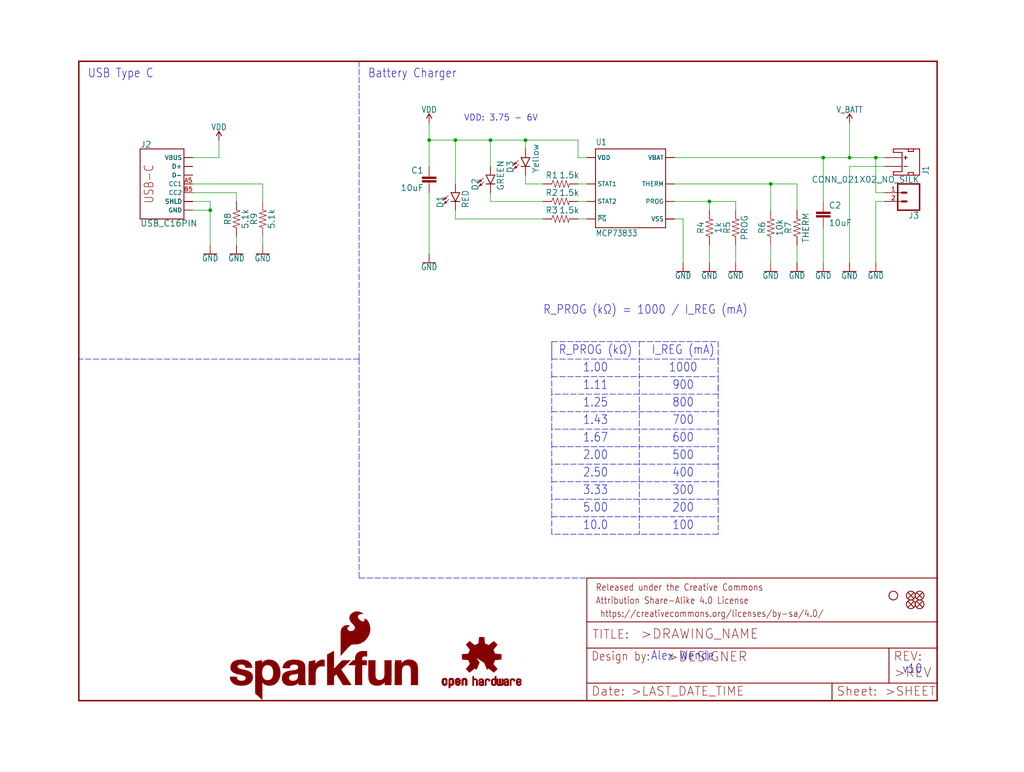
<source format=kicad_sch>
(kicad_sch (version 20211123) (generator eeschema)
  (paper "User" 297.002 223.926)
  (lib_symbols
    (symbol "eagleSchem-eagle-import:1.5KOHM-0603-1{slash}10W-1%"
      (property "Reference" "R" (at 0 1.524 0))
      (property "Value" "1.5KOHM-0603-1{slash}10W-1%" (at 0 -1.524 0))
      (symbol "1.5KOHM-0603-1{slash}10W-1%_1_0"
        (pin passive line (at -5.08 0 0) (length 2.54) (name "1") (number "1"))
        (pin passive line (at 5.08 0 180) (length 2.54) (name "2") (number "2"))
      )
    )
    (symbol "eagleSchem-eagle-import:10KOHM-0603-1{slash}10W-1%"
      (property "Reference" "R" (at 0 1.524 0))
      (property "Value" "10KOHM-0603-1{slash}10W-1%" (at 0 -1.524 0))
      (symbol "10KOHM-0603-1{slash}10W-1%_1_0"
        (pin passive line (at -5.08 0 0) (length 2.54) (name "1") (number "1"))
        (pin passive line (at 5.08 0 180) (length 2.54) (name "2") (number "2"))
      )
    )
    (symbol "eagleSchem-eagle-import:10UF-0603-6.3V-20%"
      (property "Reference" "C" (at 1.524 2.921 0))
      (property "Value" "10UF-0603-6.3V-20%" (at 1.524 -2.159 0))
      (symbol "10UF-0603-6.3V-20%_1_0"
        (pin passive line (at 0 5.08 270) (length 2.54) (name "1") (number "1"))
        (pin passive line (at 0 -2.54 90) (length 2.54) (name "2") (number "2"))
      )
    )
    (symbol "eagleSchem-eagle-import:1KOHM-0603-1{slash}10W-1%"
      (property "Reference" "R" (at 0 1.524 0))
      (property "Value" "1KOHM-0603-1{slash}10W-1%" (at 0 -1.524 0))
      (symbol "1KOHM-0603-1{slash}10W-1%_1_0"
        (pin passive line (at -5.08 0 0) (length 2.54) (name "1") (number "1"))
        (pin passive line (at 5.08 0 180) (length 2.54) (name "2") (number "2"))
      )
    )
    (symbol "eagleSchem-eagle-import:5.1KOHM5.1KOHM-0603-1{slash}10W-1%"
      (property "Reference" "R" (at 0 1.524 0))
      (property "Value" "5.1KOHM5.1KOHM-0603-1{slash}10W-1%" (at 0 -1.524 0))
      (symbol "5.1KOHM5.1KOHM-0603-1{slash}10W-1%_1_0"
        (pin passive line (at -5.08 0 0) (length 2.54) (name "1") (number "1"))
        (pin passive line (at 5.08 0 180) (length 2.54) (name "2") (number "2"))
      )
    )
    (symbol "eagleSchem-eagle-import:CONN_021X02_NO_SILK"
      (property "Reference" "J" (at -2.54 5.588 0))
      (property "Value" "CONN_021X02_NO_SILK" (at -2.54 -4.826 0))
      (symbol "CONN_021X02_NO_SILK_1_0"
        (pin passive line (at 7.62 0 180) (length 5.08) (name "1") (number "1"))
        (pin passive line (at 7.62 2.54 180) (length 5.08) (name "2") (number "2"))
      )
    )
    (symbol "eagleSchem-eagle-import:FIDUCIALUFIDUCIAL")
    (symbol "eagleSchem-eagle-import:FRAME-LETTER"
      (symbol "FRAME-LETTER_2_0"
        (text " https://creativecommons.org/licenses/by-sa/4.0/" (at 2.54 24.13 0) (effects (font (size 1.9304 1.6408)) (justify left bottom)))
        (text ">DESIGNER" (at 23.114 11.176 0) (effects (font (size 2.7432 2.7432)) (justify left bottom)))
        (text ">DRAWING_NAME" (at 15.494 17.78 0) (effects (font (size 2.7432 2.7432)) (justify left bottom)))
        (text ">LAST_DATE_TIME" (at 12.7 1.27 0) (effects (font (size 2.54 2.54)) (justify left bottom)))
        (text ">REV" (at 88.9 6.604 0) (effects (font (size 2.7432 2.7432)) (justify left bottom)))
        (text ">SHEET" (at 86.36 1.27 0) (effects (font (size 2.54 2.54)) (justify left bottom)))
        (text "Attribution Share-Alike 4.0 License" (at 2.54 27.94 0) (effects (font (size 1.9304 1.6408)) (justify left bottom)))
        (text "Date:" (at 1.27 1.27 0) (effects (font (size 2.54 2.54)) (justify left bottom)))
        (text "Design by:" (at 1.27 11.43 0) (effects (font (size 2.54 2.159)) (justify left bottom)))
        (text "Released under the Creative Commons" (at 2.54 31.75 0) (effects (font (size 1.9304 1.6408)) (justify left bottom)))
        (text "REV:" (at 88.9 11.43 0) (effects (font (size 2.54 2.54)) (justify left bottom)))
        (text "Sheet:" (at 72.39 1.27 0) (effects (font (size 2.54 2.54)) (justify left bottom)))
        (text "TITLE:" (at 1.524 17.78 0) (effects (font (size 2.54 2.54)) (justify left bottom)))
      )
    )
    (symbol "eagleSchem-eagle-import:GND" (power)
      (property "Value" "GND" (at 0 -0.254 0))
      (symbol "GND_1_0"
        (pin power_in line (at 0 2.54 270) (length 2.54) (name "GND") (number "1"))
      )
    )
    (symbol "eagleSchem-eagle-import:JST_2MM_MALE"
      (property "Reference" "J" (at -2.54 5.842 0))
      (symbol "JST_2MM_MALE_1_0"
        (pin bidirectional line (at 0 -5.08 90) (length 5.08) (name "-") (number "1"))
        (pin bidirectional line (at 2.54 -5.08 90) (length 5.08) (name "+") (number "2"))
        (pin bidirectional line (at -2.54 2.54 90) (length 0) (name "PAD1") (number "NC1"))
        (pin bidirectional line (at 5.08 2.54 90) (length 0) (name "PAD2") (number "NC2"))
      )
    )
    (symbol "eagleSchem-eagle-import:LED-GREEN0603"
      (property "Reference" "D" (at -3.429 -4.572 90))
      (property "Value" "LED-GREEN0603" (at 1.905 -4.572 90))
      (symbol "LED-GREEN0603_1_0"
        (pin passive line (at 0 2.54 270) (length 2.54) (name "A") (number "A"))
        (pin passive line (at 0 -5.08 90) (length 2.54) (name "C") (number "C"))
      )
    )
    (symbol "eagleSchem-eagle-import:LED-RED0603"
      (property "Reference" "D" (at -3.429 -4.572 90))
      (property "Value" "LED-RED0603" (at 1.905 -4.572 90))
      (symbol "LED-RED0603_1_0"
        (pin passive line (at 0 2.54 270) (length 2.54) (name "A") (number "A"))
        (pin passive line (at 0 -5.08 90) (length 2.54) (name "C") (number "C"))
      )
    )
    (symbol "eagleSchem-eagle-import:LED-YELLOW0603"
      (property "Reference" "D" (at -3.429 -4.572 90))
      (property "Value" "LED-YELLOW0603" (at 1.905 -4.572 90))
      (symbol "LED-YELLOW0603_1_0"
        (pin passive line (at 0 2.54 270) (length 2.54) (name "A") (number "A"))
        (pin passive line (at 0 -5.08 90) (length 2.54) (name "C") (number "C"))
      )
    )
    (symbol "eagleSchem-eagle-import:MCP73833"
      (property "Reference" "U" (at -10.16 13.716 0))
      (property "Value" "MCP73833" (at -10.16 -12.7 0))
      (symbol "MCP73833_1_0"
        (pin bidirectional line (at -12.7 10.16 0) (length 2.54) (name "VDD") (number "P$1"))
        (pin bidirectional line (at 12.7 10.16 180) (length 2.54) (name "VBAT") (number "P$10"))
        (pin bidirectional line (at 12.7 -7.62 180) (length 2.54) (name "VSS") (number "P$11"))
        (pin bidirectional line (at -12.7 10.16 0) (length 2.54) (name "VDD") (number "P$2"))
        (pin bidirectional line (at -12.7 2.54 0) (length 2.54) (name "STAT1") (number "P$3"))
        (pin bidirectional line (at -12.7 -2.54 0) (length 2.54) (name "STAT2") (number "P$4"))
        (pin bidirectional line (at 12.7 -7.62 180) (length 2.54) (name "VSS") (number "P$5"))
        (pin bidirectional line (at 12.7 -2.54 180) (length 2.54) (name "PROG") (number "P$6"))
        (pin bidirectional line (at -12.7 -7.62 0) (length 2.54) (name "~{PG}") (number "P$7"))
        (pin bidirectional line (at 12.7 2.54 180) (length 2.54) (name "THERM") (number "P$8"))
        (pin bidirectional line (at 12.7 10.16 180) (length 2.54) (name "VBAT") (number "P$9"))
      )
    )
    (symbol "eagleSchem-eagle-import:OSHW-LOGOS")
    (symbol "eagleSchem-eagle-import:RESISTORAXIAL-0.3"
      (property "Reference" "R" (at 0 1.524 0))
      (property "Value" "RESISTORAXIAL-0.3" (at 0 -1.524 0))
      (symbol "RESISTORAXIAL-0.3_1_0"
        (pin passive line (at -5.08 0 0) (length 2.54) (name "1") (number "P$1"))
        (pin passive line (at 5.08 0 180) (length 2.54) (name "2") (number "P$2"))
      )
    )
    (symbol "eagleSchem-eagle-import:SFE_LOGO_NAME_FLAME.1_INCH")
    (symbol "eagleSchem-eagle-import:STAND-OFF")
    (symbol "eagleSchem-eagle-import:USB_C16PIN"
      (property "Reference" "J" (at -2.54 10.414 0))
      (property "Value" "USB_C16PIN" (at -2.54 -12.446 0))
      (symbol "USB_C16PIN_1_0"
        (text "USB-C" (at 0 0 900) (effects (font (size 2.54 2.159))))
        (pin bidirectional line (at 12.7 0 180) (length 2.54) (name "CC1") (number "A5"))
        (pin bidirectional line (at 12.7 5.08 180) (length 2.54) (name "D+") (number "A6"))
        (pin bidirectional line (at 12.7 2.54 180) (length 2.54) (name "D-") (number "A7"))
        (pin bidirectional line (at 12.7 -2.54 180) (length 2.54) (name "CC2") (number "B5"))
        (pin bidirectional line (at 12.7 5.08 180) (length 2.54) (name "D+") (number "B6"))
        (pin bidirectional line (at 12.7 2.54 180) (length 2.54) (name "D-") (number "B7"))
        (pin bidirectional line (at 12.7 -7.62 180) (length 2.54) (name "GND") (number "GND"))
        (pin bidirectional line (at 12.7 -7.62 180) (length 2.54) (name "GND") (number "GND2"))
        (pin bidirectional line (at 12.7 -5.08 180) (length 2.54) (name "SHLD") (number "SHLD1"))
        (pin bidirectional line (at 12.7 -5.08 180) (length 2.54) (name "SHLD") (number "SHLD2"))
        (pin bidirectional line (at 12.7 -5.08 180) (length 2.54) (name "SHLD") (number "SHLD3"))
        (pin bidirectional line (at 12.7 -5.08 180) (length 2.54) (name "SHLD") (number "SHLD4"))
        (pin bidirectional line (at 12.7 -5.08 180) (length 2.54) (name "SHLD") (number "SHLD5"))
        (pin bidirectional line (at 12.7 -5.08 180) (length 2.54) (name "SHLD") (number "SHLD6"))
        (pin bidirectional line (at 12.7 -5.08 180) (length 2.54) (name "SHLD") (number "SHLD7"))
        (pin bidirectional line (at 12.7 -5.08 180) (length 2.54) (name "SHLD") (number "SHLD8"))
        (pin bidirectional line (at 12.7 7.62 180) (length 2.54) (name "VBUS") (number "VBUS1"))
        (pin bidirectional line (at 12.7 7.62 180) (length 2.54) (name "VBUS") (number "VBUS2"))
      )
    )
    (symbol "eagleSchem-eagle-import:VDD" (power)
      (property "Value" "VDD" (at 0 2.794 0))
      (symbol "VDD_1_0"
        (pin power_in line (at 0 0 90) (length 2.54) (name "VDD") (number "1"))
      )
    )
    (symbol "eagleSchem-eagle-import:V_BATT" (power)
      (property "Value" "V_BATT" (at 0 2.794 0))
      (symbol "V_BATT_1_0"
        (pin power_in line (at 0 0 90) (length 2.54) (name "V_BATT") (number "1"))
      )
    )
  )
  (junction (at 254 45.72))
  (junction (at 124.46 40.64))
  (junction (at 142.24 40.64))
  (junction (at 132.08 40.64))
  (junction (at 60.96 60.96))
  (junction (at 238.76 45.72))
  (junction (at 246.38 45.72))
  (junction (at 152.4 40.64))
  (junction (at 205.74 58.42))
  (junction (at 223.52 53.34))
  (polyline (pts (xy 160.02 99.06) (xy 185.42 99.06)))
  (wire (pts (xy 195.58 58.42) (xy 205.74 58.42)))
  (polyline (pts (xy 160.02 149.86) (xy 208.28 149.86)))
  (polyline (pts (xy 160.02 99.06) (xy 160.02 104.14)))
  (wire (pts (xy 223.52 71.12) (xy 223.52 76.2)))
  (polyline (pts (xy 104.14 167.64) (xy 170.18 167.64)))
  (polyline (pts (xy 208.28 144.78) (xy 160.02 144.78)))
  (wire (pts (xy 76.2 53.34) (xy 76.2 58.42)))
  (polyline (pts (xy 208.28 154.94) (xy 185.42 154.94)))
  (polyline (pts (xy 160.02 129.54) (xy 160.02 124.46)))
  (polyline (pts (xy 160.02 109.22) (xy 208.28 109.22)))
  (wire (pts (xy 195.58 45.72) (xy 238.76 45.72)))
  (polyline (pts (xy 208.28 119.38) (xy 208.28 124.46)))
  (wire (pts (xy 55.88 55.88) (xy 68.58 55.88)))
  (wire (pts (xy 68.58 55.88) (xy 68.58 58.42)))
  (wire (pts (xy 167.64 45.72) (xy 167.64 40.64)))
  (polyline (pts (xy 185.42 99.06) (xy 185.42 154.94)))
  (polyline (pts (xy 185.42 154.94) (xy 160.02 154.94)))
  (polyline (pts (xy 208.28 124.46) (xy 208.28 129.54)))
  (polyline (pts (xy 208.28 139.7) (xy 208.28 144.78)))
  (wire (pts (xy 55.88 53.34) (xy 76.2 53.34)))
  (polyline (pts (xy 160.02 104.14) (xy 208.28 104.14)))
  (wire (pts (xy 231.14 53.34) (xy 231.14 60.96)))
  (polyline (pts (xy 208.28 129.54) (xy 208.28 134.62)))
  (polyline (pts (xy 160.02 134.62) (xy 160.02 129.54)))
  (wire (pts (xy 205.74 58.42) (xy 213.36 58.42)))
  (polyline (pts (xy 160.02 119.38) (xy 208.28 119.38)))
  (wire (pts (xy 213.36 71.12) (xy 213.36 76.2)))
  (polyline (pts (xy 104.14 104.14) (xy 22.86 104.14)))
  (wire (pts (xy 60.96 60.96) (xy 60.96 71.12)))
  (wire (pts (xy 246.38 48.26) (xy 246.38 76.2)))
  (polyline (pts (xy 160.02 129.54) (xy 208.28 129.54)))
  (polyline (pts (xy 160.02 144.78) (xy 160.02 139.7)))
  (polyline (pts (xy 208.28 111.76) (xy 208.28 119.38)))
  (wire (pts (xy 231.14 71.12) (xy 231.14 76.2)))
  (polyline (pts (xy 208.28 149.86) (xy 208.28 154.94)))
  (polyline (pts (xy 208.28 109.22) (xy 208.28 111.76)))
  (wire (pts (xy 254 55.88) (xy 254 45.72)))
  (wire (pts (xy 142.24 48.26) (xy 142.24 40.64)))
  (wire (pts (xy 142.24 58.42) (xy 142.24 55.88)))
  (wire (pts (xy 124.46 48.26) (xy 124.46 40.64)))
  (wire (pts (xy 60.96 58.42) (xy 60.96 60.96)))
  (polyline (pts (xy 160.02 154.94) (xy 160.02 149.86)))
  (wire (pts (xy 152.4 43.18) (xy 152.4 40.64)))
  (polyline (pts (xy 208.28 104.14) (xy 208.28 109.22)))
  (polyline (pts (xy 208.28 134.62) (xy 208.28 139.7)))
  (wire (pts (xy 246.38 35.56) (xy 246.38 45.72)))
  (polyline (pts (xy 208.28 111.76) (xy 208.28 114.3)))
  (wire (pts (xy 142.24 40.64) (xy 132.08 40.64)))
  (wire (pts (xy 167.64 53.34) (xy 170.18 53.34)))
  (wire (pts (xy 198.12 63.5) (xy 198.12 76.2)))
  (wire (pts (xy 167.64 63.5) (xy 170.18 63.5)))
  (polyline (pts (xy 160.02 124.46) (xy 160.02 119.38)))
  (wire (pts (xy 76.2 68.58) (xy 76.2 71.12)))
  (wire (pts (xy 238.76 58.42) (xy 238.76 45.72)))
  (wire (pts (xy 167.64 58.42) (xy 170.18 58.42)))
  (polyline (pts (xy 185.42 99.06) (xy 208.28 99.06)))
  (wire (pts (xy 157.48 63.5) (xy 132.08 63.5)))
  (wire (pts (xy 124.46 55.88) (xy 124.46 73.66)))
  (wire (pts (xy 256.54 45.72) (xy 254 45.72)))
  (wire (pts (xy 223.52 53.34) (xy 223.52 60.96)))
  (polyline (pts (xy 104.14 17.78) (xy 104.14 104.14)))
  (wire (pts (xy 68.58 68.58) (xy 68.58 71.12)))
  (polyline (pts (xy 160.02 149.86) (xy 160.02 144.78)))
  (polyline (pts (xy 208.28 114.3) (xy 160.02 114.3)))
  (wire (pts (xy 256.54 48.26) (xy 246.38 48.26)))
  (wire (pts (xy 223.52 53.34) (xy 231.14 53.34)))
  (wire (pts (xy 254 45.72) (xy 246.38 45.72)))
  (wire (pts (xy 167.64 40.64) (xy 152.4 40.64)))
  (polyline (pts (xy 208.28 99.06) (xy 208.28 104.14)))
  (polyline (pts (xy 160.02 139.7) (xy 208.28 139.7)))
  (wire (pts (xy 132.08 53.34) (xy 132.08 40.64)))
  (wire (pts (xy 55.88 60.96) (xy 60.96 60.96)))
  (polyline (pts (xy 104.14 104.14) (xy 104.14 167.64)))
  (polyline (pts (xy 160.02 109.22) (xy 160.02 99.06)))
  (wire (pts (xy 55.88 58.42) (xy 60.96 58.42)))
  (wire (pts (xy 132.08 40.64) (xy 124.46 40.64)))
  (wire (pts (xy 157.48 58.42) (xy 142.24 58.42)))
  (wire (pts (xy 205.74 58.42) (xy 205.74 60.96)))
  (polyline (pts (xy 160.02 139.7) (xy 160.02 134.62)))
  (polyline (pts (xy 208.28 124.46) (xy 160.02 124.46)))
  (wire (pts (xy 170.18 45.72) (xy 167.64 45.72)))
  (wire (pts (xy 132.08 63.5) (xy 132.08 60.96)))
  (wire (pts (xy 195.58 53.34) (xy 223.52 53.34)))
  (wire (pts (xy 205.74 71.12) (xy 205.74 76.2)))
  (wire (pts (xy 256.54 58.42) (xy 254 58.42)))
  (wire (pts (xy 238.76 45.72) (xy 246.38 45.72)))
  (wire (pts (xy 55.88 45.72) (xy 63.5 45.72)))
  (wire (pts (xy 157.48 53.34) (xy 152.4 53.34)))
  (wire (pts (xy 152.4 40.64) (xy 142.24 40.64)))
  (wire (pts (xy 238.76 66.04) (xy 238.76 76.2)))
  (wire (pts (xy 254 58.42) (xy 254 76.2)))
  (polyline (pts (xy 160.02 114.3) (xy 160.02 109.22)))
  (polyline (pts (xy 208.28 144.78) (xy 208.28 149.86)))
  (wire (pts (xy 124.46 40.64) (xy 124.46 35.56)))
  (polyline (pts (xy 160.02 119.38) (xy 160.02 114.3)))
  (polyline (pts (xy 208.28 134.62) (xy 160.02 134.62)))
  (wire (pts (xy 63.5 45.72) (xy 63.5 40.64)))
  (wire (pts (xy 213.36 58.42) (xy 213.36 60.96)))
  (wire (pts (xy 152.4 53.34) (xy 152.4 50.8)))
  (wire (pts (xy 256.54 55.88) (xy 254 55.88)))
  (wire (pts (xy 195.58 63.5) (xy 198.12 63.5)))
  (text "1.43" (at 172.72 121.92 180) (effects (font (size 2.54 2.159))))
  (text "R_PROG (kΩ) = 1000 / I_REG (mA)" (at 157.48 91.44 180) (effects (font (size 2.54 2.159)) (justify left bottom)))
  (text "500" (at 198.12 132.08 180) (effects (font (size 2.54 2.159))))
  (text "5.00" (at 172.72 147.32 180) (effects (font (size 2.54 2.159))))
  (text "300" (at 198.12 142.24 180) (effects (font (size 2.54 2.159))))
  (text "2.00" (at 172.72 132.08 180) (effects (font (size 2.54 2.159))))
  (text "VDD: 3.75 - 6V" (at 145.288 34.29 180) (effects (font (size 1.778 1.778))))
  (text "2.50" (at 172.72 137.16 180) (effects (font (size 2.54 2.159))))
  (text "1.11" (at 172.72 111.76 180) (effects (font (size 2.54 2.159))))
  (text "Alex Wende" (at 188.722 191.77 180) (effects (font (size 2.54 2.159)) (justify left bottom)))
  (text "200" (at 198.12 147.32 180) (effects (font (size 2.54 2.159))))
  (text "1.67" (at 172.72 127 180) (effects (font (size 2.54 2.159))))
  (text "900" (at 198.12 111.76 180) (effects (font (size 2.54 2.159))))
  (text "1000" (at 198.12 106.68 180) (effects (font (size 2.54 2.159))))
  (text "600" (at 198.12 127 180) (effects (font (size 2.54 2.159))))
  (text "v10" (at 261.62 195.58 180) (effects (font (size 2.54 2.159)) (justify left bottom)))
  (text "100" (at 198.12 152.4 180) (effects (font (size 2.54 2.159))))
  (text "800" (at 198.12 116.84 180) (effects (font (size 2.54 2.159))))
  (text "400" (at 198.12 137.16 180) (effects (font (size 2.54 2.159))))
  (text "3.33" (at 172.72 142.24 180) (effects (font (size 2.54 2.159))))
  (text "USB Type C" (at 25.4 22.86 180) (effects (font (size 2.54 2.159)) (justify left bottom)))
  (text "R_PROG (kΩ)" (at 172.72 101.6 180) (effects (font (size 2.54 2.159))))
  (text "1.25" (at 172.72 116.84 180) (effects (font (size 2.54 2.159))))
  (text "10.0" (at 172.72 152.4 180) (effects (font (size 2.54 2.159))))
  (text "700" (at 198.12 121.92 180) (effects (font (size 2.54 2.159))))
  (text "1.00" (at 172.72 106.68 180) (effects (font (size 2.54 2.159))))
  (text "Battery Charger" (at 106.68 22.86 180) (effects (font (size 2.54 2.159)) (justify left bottom)))
  (text "I_REG (mA)" (at 198.12 101.6 180) (effects (font (size 2.54 2.159))))
  (symbol (lib_id "eagleSchem-eagle-import:VDD") (at 124.46 35.56 0) (unit 1)
    (property "Reference" "#SUPPLY1" (effects hide))
    (property "Value" "VDD" (at 124.46 32.766 0) (effects (font (size 1.778 1.5113)) (justify bottom)))
    (property "Footprint" "eagleSchem:" (effects hide))
  )
  (symbol (lib_id "eagleSchem-eagle-import:FRAME-LETTER") (at 22.86 203.2 0) (unit 1)
    (property "Reference" "FRAME1" (effects hide))
    (property "Value" "FRAME-LETTER" (effects hide))
    (property "Footprint" "eagleSchem:CREATIVE_COMMONS" (effects hide))
  )
  (symbol (lib_id "eagleSchem-eagle-import:LED-RED0603") (at 132.08 55.88 0) (unit 1)
    (property "Reference" "D1" (at 128.651 60.452 90) (effects (font (size 1.778 1.778)) (justify left bottom)))
    (property "Value" "RED" (at 133.985 60.452 90) (effects (font (size 1.778 1.778)) (justify left top)))
    (property "Footprint" "eagleSchem:LED-0603" (effects hide))
  )
  (symbol (lib_id "eagleSchem-eagle-import:GND") (at 198.12 78.74 0) (unit 1)
    (property "Reference" "#GND3" (effects hide))
    (property "Value" "GND" (at 198.12 78.994 0) (effects (font (size 1.778 1.5113)) (justify top)))
    (property "Footprint" "eagleSchem:" (effects hide))
  )
  (symbol (lib_id "eagleSchem-eagle-import:MCP73833") (at 182.88 55.88 0) (unit 1)
    (property "Reference" "U1" (at 172.72 42.164 0) (effects (font (size 1.778 1.5113)) (justify left bottom)))
    (property "Value" "MCP73833" (at 172.72 68.58 0) (effects (font (size 1.778 1.5113)) (justify left bottom)))
    (property "Footprint" "eagleSchem:DFN-10" (effects hide))
  )
  (symbol (lib_id "eagleSchem-eagle-import:FIDUCIALUFIDUCIAL") (at 264.16 175.26 0) (unit 1)
    (property "Reference" "FD4" (effects hide))
    (property "Value" "FIDUCIALUFIDUCIAL" (effects hide))
    (property "Footprint" "eagleSchem:FIDUCIAL-MICRO" (effects hide))
  )
  (symbol (lib_id "eagleSchem-eagle-import:FRAME-LETTER") (at 170.18 203.2 0) (unit 2)
    (property "Reference" "FRAME1" (effects hide))
    (property "Value" "FRAME-LETTER" (effects hide))
    (property "Footprint" "eagleSchem:CREATIVE_COMMONS" (effects hide))
  )
  (symbol (lib_id "eagleSchem-eagle-import:GND") (at 231.14 78.74 0) (unit 1)
    (property "Reference" "#GND5" (effects hide))
    (property "Value" "GND" (at 231.14 78.994 0) (effects (font (size 1.778 1.5113)) (justify top)))
    (property "Footprint" "eagleSchem:" (effects hide))
  )
  (symbol (lib_id "eagleSchem-eagle-import:1.5KOHM-0603-1{slash}10W-1%") (at 162.56 63.5 0) (unit 1)
    (property "Reference" "R3" (at 160.02 61.976 0) (effects (font (size 1.778 1.778)) (justify bottom)))
    (property "Value" "1.5k" (at 165.1 61.976 0) (effects (font (size 1.778 1.778)) (justify bottom)))
    (property "Footprint" "eagleSchem:0603" (effects hide))
  )
  (symbol (lib_id "eagleSchem-eagle-import:GND") (at 223.52 78.74 0) (unit 1)
    (property "Reference" "#GND6" (effects hide))
    (property "Value" "GND" (at 223.52 78.994 0) (effects (font (size 1.778 1.5113)) (justify top)))
    (property "Footprint" "eagleSchem:" (effects hide))
  )
  (symbol (lib_id "eagleSchem-eagle-import:1KOHM-0603-1{slash}10W-1%") (at 205.74 66.04 90) (unit 1)
    (property "Reference" "R4" (at 204.216 66.04 0) (effects (font (size 1.778 1.778)) (justify bottom)))
    (property "Value" "1k" (at 207.264 66.04 0) (effects (font (size 1.778 1.778)) (justify top)))
    (property "Footprint" "eagleSchem:0603" (effects hide))
  )
  (symbol (lib_id "eagleSchem-eagle-import:10UF-0603-6.3V-20%") (at 238.76 63.5 0) (unit 1)
    (property "Reference" "C2" (at 240.284 60.579 0) (effects (font (size 1.778 1.778)) (justify left bottom)))
    (property "Value" "10uF" (at 240.284 65.659 0) (effects (font (size 1.778 1.778)) (justify left bottom)))
    (property "Footprint" "eagleSchem:0603" (effects hide))
  )
  (symbol (lib_id "eagleSchem-eagle-import:FIDUCIALUFIDUCIAL") (at 266.7 172.72 0) (unit 1)
    (property "Reference" "FD2" (effects hide))
    (property "Value" "FIDUCIALUFIDUCIAL" (effects hide))
    (property "Footprint" "eagleSchem:FIDUCIAL-MICRO" (effects hide))
  )
  (symbol (lib_id "eagleSchem-eagle-import:STAND-OFF") (at 259.08 172.72 0) (unit 1)
    (property "Reference" "H1" (effects hide))
    (property "Value" "STAND-OFF" (effects hide))
    (property "Footprint" "eagleSchem:STAND-OFF" (effects hide))
  )
  (symbol (lib_id "eagleSchem-eagle-import:GND") (at 254 78.74 0) (unit 1)
    (property "Reference" "#GND11" (effects hide))
    (property "Value" "GND" (at 254 78.994 0) (effects (font (size 1.778 1.5113)) (justify top)))
    (property "Footprint" "eagleSchem:" (effects hide))
  )
  (symbol (lib_id "eagleSchem-eagle-import:V_BATT") (at 246.38 35.56 0) (unit 1)
    (property "Reference" "#SUPPLY2" (effects hide))
    (property "Value" "V_BATT" (at 246.38 32.766 0) (effects (font (size 1.778 1.5113)) (justify bottom)))
    (property "Footprint" "eagleSchem:" (effects hide))
  )
  (symbol (lib_id "eagleSchem-eagle-import:LED-YELLOW0603") (at 152.4 45.72 0) (unit 1)
    (property "Reference" "D3" (at 148.971 50.292 90) (effects (font (size 1.778 1.778)) (justify left bottom)))
    (property "Value" "Yellow" (at 154.305 50.292 90) (effects (font (size 1.778 1.778)) (justify left top)))
    (property "Footprint" "eagleSchem:LED-0603" (effects hide))
  )
  (symbol (lib_id "eagleSchem-eagle-import:GND") (at 68.58 73.66 0) (unit 1)
    (property "Reference" "#GND9" (effects hide))
    (property "Value" "GND" (at 68.58 73.914 0) (effects (font (size 1.778 1.5113)) (justify top)))
    (property "Footprint" "eagleSchem:" (effects hide))
  )
  (symbol (lib_id "eagleSchem-eagle-import:GND") (at 246.38 78.74 0) (unit 1)
    (property "Reference" "#GND7" (effects hide))
    (property "Value" "GND" (at 246.38 78.994 0) (effects (font (size 1.778 1.5113)) (justify top)))
    (property "Footprint" "eagleSchem:" (effects hide))
  )
  (symbol (lib_id "eagleSchem-eagle-import:GND") (at 124.46 76.2 0) (unit 1)
    (property "Reference" "#GND4" (effects hide))
    (property "Value" "GND" (at 124.46 76.454 0) (effects (font (size 1.778 1.5113)) (justify top)))
    (property "Footprint" "eagleSchem:" (effects hide))
  )
  (symbol (lib_id "eagleSchem-eagle-import:1.5KOHM-0603-1{slash}10W-1%") (at 162.56 58.42 0) (unit 1)
    (property "Reference" "R2" (at 160.02 56.896 0) (effects (font (size 1.778 1.778)) (justify bottom)))
    (property "Value" "1.5k" (at 165.1 56.896 0) (effects (font (size 1.778 1.778)) (justify bottom)))
    (property "Footprint" "eagleSchem:0603" (effects hide))
  )
  (symbol (lib_id "eagleSchem-eagle-import:CONN_021X02_NO_SILK") (at 264.16 55.88 180) (unit 1)
    (property "Reference" "J3" (at 266.7 61.468 0) (effects (font (size 1.778 1.778)) (justify left bottom)))
    (property "Value" "CONN_021X02_NO_SILK" (at 266.7 51.054 0) (effects (font (size 1.778 1.778)) (justify left bottom)))
    (property "Footprint" "eagleSchem:1X02_NO_SILK" (effects hide))
  )
  (symbol (lib_id "eagleSchem-eagle-import:VDD") (at 63.5 40.64 0) (unit 1)
    (property "Reference" "#SUPPLY3" (effects hide))
    (property "Value" "VDD" (at 63.5 37.846 0) (effects (font (size 1.778 1.5113)) (justify bottom)))
    (property "Footprint" "eagleSchem:" (effects hide))
  )
  (symbol (lib_id "eagleSchem-eagle-import:GND") (at 238.76 78.74 0) (unit 1)
    (property "Reference" "#GND1" (effects hide))
    (property "Value" "GND" (at 238.76 78.994 0) (effects (font (size 1.778 1.5113)) (justify top)))
    (property "Footprint" "eagleSchem:" (effects hide))
  )
  (symbol (lib_id "eagleSchem-eagle-import:RESISTORAXIAL-0.3") (at 231.14 66.04 90) (unit 1)
    (property "Reference" "R7" (at 229.616 66.04 0) (effects (font (size 1.778 1.778)) (justify bottom)))
    (property "Value" "THERM" (at 232.664 66.04 0) (effects (font (size 1.778 1.778)) (justify top)))
    (property "Footprint" "eagleSchem:AXIAL-0.3" (effects hide))
  )
  (symbol (lib_id "eagleSchem-eagle-import:10UF-0603-6.3V-20%") (at 124.46 53.34 0) (mirror y) (unit 1)
    (property "Reference" "C1" (at 122.936 50.419 0) (effects (font (size 1.778 1.778)) (justify left bottom)))
    (property "Value" "10uF" (at 122.936 55.499 0) (effects (font (size 1.778 1.778)) (justify left bottom)))
    (property "Footprint" "eagleSchem:0603" (effects hide))
  )
  (symbol (lib_id "eagleSchem-eagle-import:RESISTORAXIAL-0.3") (at 213.36 66.04 90) (unit 1)
    (property "Reference" "R5" (at 211.836 66.04 0) (effects (font (size 1.778 1.778)) (justify bottom)))
    (property "Value" "PROG" (at 214.884 66.04 0) (effects (font (size 1.778 1.778)) (justify top)))
    (property "Footprint" "eagleSchem:AXIAL-0.3" (effects hide))
  )
  (symbol (lib_id "eagleSchem-eagle-import:GND") (at 60.96 73.66 0) (unit 1)
    (property "Reference" "#GND8" (effects hide))
    (property "Value" "GND" (at 60.96 73.914 0) (effects (font (size 1.778 1.5113)) (justify top)))
    (property "Footprint" "eagleSchem:" (effects hide))
  )
  (symbol (lib_id "eagleSchem-eagle-import:5.1KOHM5.1KOHM-0603-1{slash}10W-1%") (at 76.2 63.5 90) (unit 1)
    (property "Reference" "R9" (at 74.676 63.5 0) (effects (font (size 1.778 1.778)) (justify bottom)))
    (property "Value" "5.1k" (at 77.724 63.5 0) (effects (font (size 1.778 1.778)) (justify top)))
    (property "Footprint" "eagleSchem:0603" (effects hide))
  )
  (symbol (lib_id "eagleSchem-eagle-import:1.5KOHM-0603-1{slash}10W-1%") (at 162.56 53.34 0) (unit 1)
    (property "Reference" "R1" (at 160.02 51.816 0) (effects (font (size 1.778 1.778)) (justify bottom)))
    (property "Value" "1.5k" (at 165.1 51.816 0) (effects (font (size 1.778 1.778)) (justify bottom)))
    (property "Footprint" "eagleSchem:0603" (effects hide))
  )
  (symbol (lib_id "eagleSchem-eagle-import:USB_C16PIN") (at 43.18 53.34 0) (unit 1)
    (property "Reference" "J2" (at 40.64 42.926 0) (effects (font (size 1.778 1.778)) (justify left bottom)))
    (property "Value" "USB_C16PIN" (at 40.64 65.786 0) (effects (font (size 1.778 1.778)) (justify left bottom)))
    (property "Footprint" "eagleSchem:USB-C-16P" (effects hide))
  )
  (symbol (lib_id "eagleSchem-eagle-import:LED-GREEN0603") (at 142.24 50.8 0) (unit 1)
    (property "Reference" "D2" (at 138.811 55.372 90) (effects (font (size 1.778 1.778)) (justify left bottom)))
    (property "Value" "GREEN" (at 144.145 55.372 90) (effects (font (size 1.778 1.778)) (justify left top)))
    (property "Footprint" "eagleSchem:LED-0603" (effects hide))
  )
  (symbol (lib_id "eagleSchem-eagle-import:5.1KOHM5.1KOHM-0603-1{slash}10W-1%") (at 68.58 63.5 90) (unit 1)
    (property "Reference" "R8" (at 67.056 63.5 0) (effects (font (size 1.778 1.778)) (justify bottom)))
    (property "Value" "5.1k" (at 70.104 63.5 0) (effects (font (size 1.778 1.778)) (justify top)))
    (property "Footprint" "eagleSchem:0603" (effects hide))
  )
  (symbol (lib_id "eagleSchem-eagle-import:GND") (at 76.2 73.66 0) (unit 1)
    (property "Reference" "#GND10" (effects hide))
    (property "Value" "GND" (at 76.2 73.914 0) (effects (font (size 1.778 1.5113)) (justify top)))
    (property "Footprint" "eagleSchem:" (effects hide))
  )
  (symbol (lib_id "eagleSchem-eagle-import:GND") (at 213.36 78.74 0) (unit 1)
    (property "Reference" "#GND12" (effects hide))
    (property "Value" "GND" (at 213.36 78.994 0) (effects (font (size 1.778 1.5113)) (justify top)))
    (property "Footprint" "eagleSchem:" (effects hide))
  )
  (symbol (lib_id "eagleSchem-eagle-import:JST_2MM_MALE") (at 261.62 48.26 270) (mirror x) (unit 1)
    (property "Reference" "J1" (at 267.462 50.8 0) (effects (font (size 1.778 1.5113)) (justify left bottom)))
    (property "Value" "JST_2MM_MALE" (effects hide))
    (property "Footprint" "eagleSchem:JST-2-SMD" (effects hide))
  )
  (symbol (lib_id "eagleSchem-eagle-import:GND") (at 205.74 78.74 0) (unit 1)
    (property "Reference" "#GND2" (effects hide))
    (property "Value" "GND" (at 205.74 78.994 0) (effects (font (size 1.778 1.5113)) (justify top)))
    (property "Footprint" "eagleSchem:" (effects hide))
  )
  (symbol (lib_id "eagleSchem-eagle-import:FIDUCIALUFIDUCIAL") (at 264.16 172.72 0) (unit 1)
    (property "Reference" "FD1" (effects hide))
    (property "Value" "FIDUCIALUFIDUCIAL" (effects hide))
    (property "Footprint" "eagleSchem:FIDUCIAL-MICRO" (effects hide))
  )
  (symbol (lib_id "eagleSchem-eagle-import:FIDUCIALUFIDUCIAL") (at 266.7 175.26 0) (unit 1)
    (property "Reference" "FD3" (effects hide))
    (property "Value" "FIDUCIALUFIDUCIAL" (effects hide))
    (property "Footprint" "eagleSchem:FIDUCIAL-MICRO" (effects hide))
  )
  (symbol (lib_id "eagleSchem-eagle-import:SFE_LOGO_NAME_FLAME.1_INCH") (at 66.04 203.2 0) (unit 1)
    (property "Reference" "LOGO1" (effects hide))
    (property "Value" "SFE_LOGO_NAME_FLAME.1_INCH" (effects hide))
    (property "Footprint" "eagleSchem:SFE_LOGO_NAME_FLAME_.1" (effects hide))
  )
  (symbol (lib_id "eagleSchem-eagle-import:10KOHM-0603-1{slash}10W-1%") (at 223.52 66.04 90) (unit 1)
    (property "Reference" "R6" (at 221.996 66.04 0) (effects (font (size 1.778 1.778)) (justify bottom)))
    (property "Value" "10k" (at 225.044 66.04 0) (effects (font (size 1.778 1.778)) (justify top)))
    (property "Footprint" "eagleSchem:0603" (effects hide))
  )
  (symbol (lib_id "eagleSchem-eagle-import:OSHW-LOGOS") (at 139.7 190.5 0) (unit 1)
    (property "Reference" "LOGO2" (effects hide))
    (property "Value" "OSHW-LOGOS" (effects hide))
    (property "Footprint" "eagleSchem:OSHW-LOGO-S" (effects hide))
  )
)
</source>
